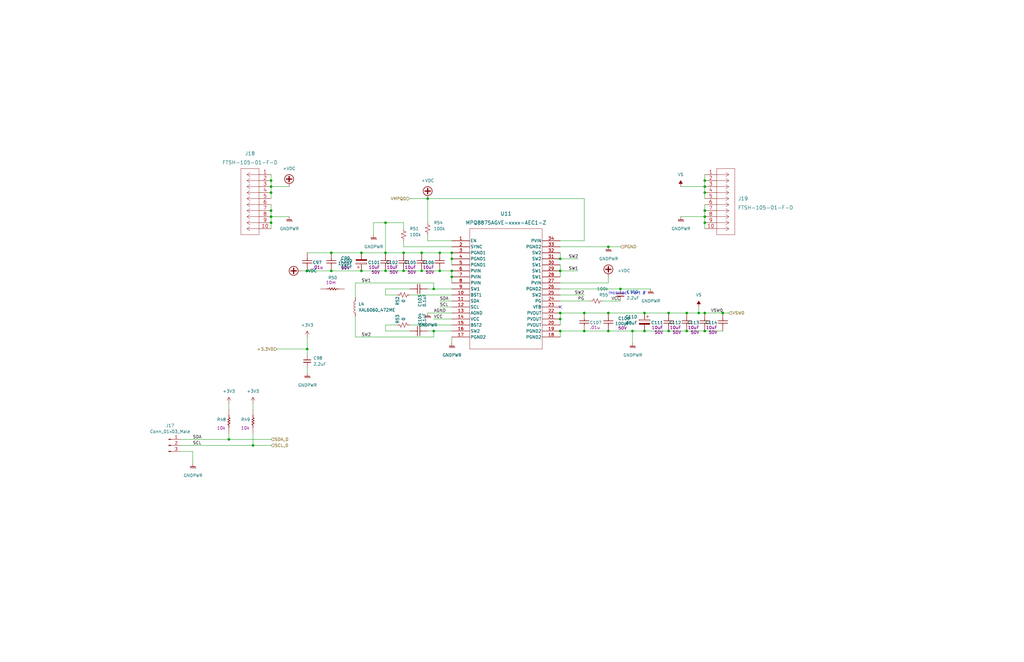
<source format=kicad_sch>
(kicad_sch (version 20230121) (generator eeschema)
  (paper "B")
  (title_block (title "SN-952-A, Charge & Discharge Control") (date "2023-06-28") (rev "PA"))
  (lib_symbols
    (symbol "BCU_AltiumImport-altium-import:0_Cap"
      (property "Value" "0_Cap" (at 0 0 0))
      (symbol "0_Cap_1_0"
        (polyline (pts (xy -2.032 -3.302) (xy 2.032 -3.302)) (stroke (width 0.254)))
        (polyline (pts (xy 0 -5.08) (xy 0 -4.318)) (stroke (width 0.254)))
        (polyline (pts (xy 0 -2.54) (xy 0 -3.302)) (stroke (width 0.254)))
        (polyline (pts (xy 2.032 -4.318) (xy -2.032 -4.318)) (stroke (width 0.254)))
        (pin passive line (at 0 0 270) (length 2.54) (name "1") (number "1"))
        (pin passive line (at 0 -7.62 90) (length 2.54) (name "2") (number "2"))
      )
    )
    (symbol "BCU_AltiumImport-altium-import:0_RES"
      (property "Value" "0_RES" (at 0 0 0))
      (symbol "0_RES_1_0"
        (polyline (pts (xy 7.62 0) (xy 6.604 0) (xy 6.35 -0.508) (xy 5.842 0.508) (xy 5.334 -0.508) (xy 4.826 0.508) (xy 4.318 -0.508) (xy 3.81 0.508) (xy 3.556 0) (xy 2.54 0)) (stroke (width 0.254)))
        (pin passive line (at 0 0 0) (length 2.54) (name "1") (number "1"))
        (pin passive line (at 10.16 0 180) (length 2.54) (name "2") (number "2"))
      )
    )
    (symbol "Connector:Conn_01x03_Male" (pin_names (offset 1.016) hide)
      (property "Reference" "J" (at 0 5.08 0))
      (property "Value" "Conn_01x03_Male" (at 0 -5.08 0))
      (symbol "Conn_01x03_Male_1_1"
        (polyline (pts (xy 1.27 -2.54) (xy 0.8636 -2.54)) (stroke (width 0.1524)))
        (polyline (pts (xy 1.27 0) (xy 0.8636 0)) (stroke (width 0.1524)))
        (polyline (pts (xy 1.27 2.54) (xy 0.8636 2.54)) (stroke (width 0.1524)))
        (rectangle (start 0.8636 -2.413) (end 0 -2.667) (stroke (width 0.1524)) (fill (type outline)))
        (rectangle (start 0.8636 0.127) (end 0 -0.127) (stroke (width 0.1524)) (fill (type outline)))
        (rectangle (start 0.8636 2.667) (end 0 2.413) (stroke (width 0.1524)) (fill (type outline)))
        (pin passive line (at 5.08 2.54 180) (length 3.81) (name "Pin_1") (number "1"))
        (pin passive line (at 5.08 0 180) (length 3.81) (name "Pin_2") (number "2"))
        (pin passive line (at 5.08 -2.54 180) (length 3.81) (name "Pin_3") (number "3"))
      )
    )
    (symbol "Connector:FTSH-105-01-F-D" (pin_names (offset 0.254) hide)
      (property "Reference" "J?" (at 8.89 6.35 0))
      (property "Value" "FTSH-105-01-F-D" (at 26.67 -6.35 0))
      (symbol "FTSH-105-01-F-D_1_1"
        (polyline (pts (xy 5.08 -25.4) (xy 12.7 -25.4)) (stroke (width 0.127)))
        (polyline (pts (xy 5.08 2.54) (xy 5.08 -25.4)) (stroke (width 0.127)))
        (polyline (pts (xy 10.16 -22.86) (xy 5.08 -22.86)) (stroke (width 0.127)))
        (polyline (pts (xy 10.16 -22.86) (xy 8.89 -23.6982)) (stroke (width 0.127)))
        (polyline (pts (xy 10.16 -22.86) (xy 8.89 -22.0218)) (stroke (width 0.127)))
        (polyline (pts (xy 10.16 -20.32) (xy 5.08 -20.32)) (stroke (width 0.127)))
        (polyline (pts (xy 10.16 -20.32) (xy 8.89 -21.1582)) (stroke (width 0.127)))
        (polyline (pts (xy 10.16 -20.32) (xy 8.89 -19.4818)) (stroke (width 0.127)))
        (polyline (pts (xy 10.16 -17.78) (xy 5.08 -17.78)) (stroke (width 0.127)))
        (polyline (pts (xy 10.16 -17.78) (xy 8.89 -18.6182)) (stroke (width 0.127)))
        (polyline (pts (xy 10.16 -17.78) (xy 8.89 -16.9418)) (stroke (width 0.127)))
        (polyline (pts (xy 10.16 -15.24) (xy 5.08 -15.24)) (stroke (width 0.127)))
        (polyline (pts (xy 10.16 -15.24) (xy 8.89 -16.0782)) (stroke (width 0.127)))
        (polyline (pts (xy 10.16 -15.24) (xy 8.89 -14.4018)) (stroke (width 0.127)))
        (polyline (pts (xy 10.16 -12.7) (xy 5.08 -12.7)) (stroke (width 0.127)))
        (polyline (pts (xy 10.16 -12.7) (xy 8.89 -13.5382)) (stroke (width 0.127)))
        (polyline (pts (xy 10.16 -12.7) (xy 8.89 -11.8618)) (stroke (width 0.127)))
        (polyline (pts (xy 10.16 -10.16) (xy 5.08 -10.16)) (stroke (width 0.127)))
        (polyline (pts (xy 10.16 -10.16) (xy 8.89 -10.9982)) (stroke (width 0.127)))
        (polyline (pts (xy 10.16 -10.16) (xy 8.89 -9.3218)) (stroke (width 0.127)))
        (polyline (pts (xy 10.16 -7.62) (xy 5.08 -7.62)) (stroke (width 0.127)))
        (polyline (pts (xy 10.16 -7.62) (xy 8.89 -8.4582)) (stroke (width 0.127)))
        (polyline (pts (xy 10.16 -7.62) (xy 8.89 -6.7818)) (stroke (width 0.127)))
        (polyline (pts (xy 10.16 -5.08) (xy 5.08 -5.08)) (stroke (width 0.127)))
        (polyline (pts (xy 10.16 -5.08) (xy 8.89 -5.9182)) (stroke (width 0.127)))
        (polyline (pts (xy 10.16 -5.08) (xy 8.89 -4.2418)) (stroke (width 0.127)))
        (polyline (pts (xy 10.16 -2.54) (xy 5.08 -2.54)) (stroke (width 0.127)))
        (polyline (pts (xy 10.16 -2.54) (xy 8.89 -3.3782)) (stroke (width 0.127)))
        (polyline (pts (xy 10.16 -2.54) (xy 8.89 -1.7018)) (stroke (width 0.127)))
        (polyline (pts (xy 10.16 0) (xy 5.08 0)) (stroke (width 0.127)))
        (polyline (pts (xy 10.16 0) (xy 8.89 -0.8382)) (stroke (width 0.127)))
        (polyline (pts (xy 10.16 0) (xy 8.89 0.8382)) (stroke (width 0.127)))
        (polyline (pts (xy 12.7 -25.4) (xy 12.7 2.54)) (stroke (width 0.127)))
        (polyline (pts (xy 12.7 2.54) (xy 5.08 2.54)) (stroke (width 0.127)))
        (pin unspecified line (at 0 0 0) (length 5.08) (name "1") (number "1"))
        (pin unspecified line (at 0 -22.86 0) (length 5.08) (name "10") (number "10"))
        (pin unspecified line (at 0 -2.54 0) (length 5.08) (name "2") (number "2"))
        (pin unspecified line (at 0 -5.08 0) (length 5.08) (name "3") (number "3"))
        (pin unspecified line (at 0 -7.62 0) (length 5.08) (name "4") (number "4"))
        (pin unspecified line (at 0 -10.16 0) (length 5.08) (name "5") (number "5"))
        (pin unspecified line (at 0 -12.7 0) (length 5.08) (name "6") (number "6"))
        (pin unspecified line (at 0 -15.24 0) (length 5.08) (name "7") (number "7"))
        (pin unspecified line (at 0 -17.78 0) (length 5.08) (name "8") (number "8"))
        (pin unspecified line (at 0 -20.32 0) (length 5.08) (name "9") (number "9"))
      )
    )
    (symbol "Device:C_Polarized" (pin_numbers hide) (pin_names (offset 0.254))
      (property "Reference" "C" (at 0.635 2.54 0))
      (property "Value" "C_Polarized" (at 0.635 -2.54 0))
      (symbol "C_Polarized_0_1"
        (rectangle (start -2.286 0.508) (end 2.286 1.016))
        (polyline (pts (xy -1.778 2.286) (xy -0.762 2.286)))
        (polyline (pts (xy -1.27 2.794) (xy -1.27 1.778)))
        (rectangle (start 2.286 -0.508) (end -2.286 -1.016) (fill (type outline)))
      )
      (symbol "C_Polarized_1_1"
        (pin passive line (at 0 3.81 270) (length 2.794) (name "~") (number "1"))
        (pin passive line (at 0 -3.81 90) (length 2.794) (name "~") (number "2"))
      )
    )
    (symbol "Device:C_Small" (pin_numbers hide) (pin_names (offset 0.254) hide)
      (property "Reference" "C" (at 0.254 1.778 0))
      (property "Value" "C_Small" (at 0.254 -2.032 0))
      (symbol "C_Small_0_1"
        (polyline (pts (xy -1.524 -0.508) (xy 1.524 -0.508)) (stroke (width 0.3302)))
        (polyline (pts (xy -1.524 0.508) (xy 1.524 0.508)) (stroke (width 0.3048)))
      )
      (symbol "C_Small_1_1"
        (pin passive line (at 0 2.54 270) (length 2.032) (name "~") (number "1"))
        (pin passive line (at 0 -2.54 90) (length 2.032) (name "~") (number "2"))
      )
    )
    (symbol "Device:L" (pin_numbers hide) (pin_names (offset 1.016) hide)
      (property "Reference" "L" (at -1.27 0 90))
      (property "Value" "L" (at 1.905 0 90))
      (symbol "L_0_1"
        (arc (start 0 -2.54) (mid 0.6323 -1.905) (end 0 -1.27))
        (arc (start 0 -1.27) (mid 0.6323 -0.635) (end 0 0))
        (arc (start 0 0) (mid 0.6323 0.635) (end 0 1.27))
        (arc (start 0 1.27) (mid 0.6323 1.905) (end 0 2.54))
      )
      (symbol "L_1_1"
        (pin passive line (at 0 3.81 270) (length 1.27) (name "1") (number "1"))
        (pin passive line (at 0 -3.81 90) (length 1.27) (name "2") (number "2"))
      )
    )
    (symbol "Device:R_Small_US" (pin_numbers hide) (pin_names (offset 0.254) hide)
      (property "Reference" "R" (at 0.762 0.508 0))
      (property "Value" "R_Small_US" (at 0.762 -1.016 0))
      (symbol "R_Small_US_1_1"
        (polyline (pts (xy 0 0) (xy 1.016 -0.381) (xy 0 -0.762) (xy -1.016 -1.143) (xy 0 -1.524)))
        (polyline (pts (xy 0 1.524) (xy 1.016 1.143) (xy 0 0.762) (xy -1.016 0.381) (xy 0 0)))
        (pin passive line (at 0 2.54 270) (length 1.016) (name "~") (number "1"))
        (pin passive line (at 0 -2.54 90) (length 1.016) (name "~") (number "2"))
      )
    )
    (symbol "Regulator_Switching:MPQ8875AGVE-xxxx-AEC1-Z" (pin_names (offset 0.254))
      (property "Reference" "U" (at 22.86 10.16 0))
      (property "Value" "MPQ8875AGVE-xxxx-AEC1-Z" (at 22.86 7.62 0))
      (symbol "MPQ8875AGVE-xxxx-AEC1-Z_0_1"
        (polyline (pts (xy 7.62 -45.72) (xy 38.1 -45.72)) (stroke (width 0.127)))
        (polyline (pts (xy 7.62 5.08) (xy 7.62 -45.72)) (stroke (width 0.127)))
        (polyline (pts (xy 38.1 -45.72) (xy 38.1 5.08)) (stroke (width 0.127)))
        (polyline (pts (xy 38.1 5.08) (xy 7.62 5.08)) (stroke (width 0.127)))
        (pin input line (at 0 0 0) (length 7.62) (name "EN") (number "1"))
        (pin power_in line (at 0 -22.86 0) (length 7.62) (name "BST1") (number "10"))
        (pin bidirectional line (at 0 -25.4 0) (length 7.62) (name "SDA") (number "11"))
        (pin input line (at 0 -27.94 0) (length 7.62) (name "SCL") (number "12"))
        (pin power_in line (at 0 -30.48 0) (length 7.62) (name "AGND") (number "13"))
        (pin power_in line (at 0 -33.02 0) (length 7.62) (name "VCC") (number "14"))
        (pin power_in line (at 0 -35.56 0) (length 7.62) (name "BST2") (number "15"))
        (pin output line (at 0 -38.1 0) (length 7.62) (name "SW2") (number "16"))
        (pin power_in line (at 0 -40.64 0) (length 7.62) (name "PGND2") (number "17"))
        (pin power_in line (at 45.72 -40.64 180) (length 7.62) (name "PGND2") (number "18"))
        (pin power_in line (at 45.72 -38.1 180) (length 7.62) (name "PGND2") (number "19"))
        (pin bidirectional line (at 0 -2.54 0) (length 7.62) (name "SYNC") (number "2"))
        (pin power_in line (at 45.72 -35.56 180) (length 7.62) (name "PVOUT") (number "20"))
        (pin power_in line (at 45.72 -33.02 180) (length 7.62) (name "PVOUT") (number "21"))
        (pin power_in line (at 45.72 -30.48 180) (length 7.62) (name "PVOUT") (number "22"))
        (pin input line (at 45.72 -27.94 180) (length 7.62) (name "VFB") (number "23"))
        (pin unspecified line (at 45.72 -25.4 180) (length 7.62) (name "PG") (number "24"))
        (pin output line (at 45.72 -22.86 180) (length 7.62) (name "SW2") (number "25"))
        (pin power_in line (at 45.72 -20.32 180) (length 7.62) (name "PGND2") (number "26"))
        (pin power_in line (at 45.72 -17.78 180) (length 7.62) (name "PVIN") (number "27"))
        (pin output line (at 45.72 -15.24 180) (length 7.62) (name "SW1") (number "28"))
        (pin output line (at 45.72 -12.7 180) (length 7.62) (name "SW1") (number "29"))
        (pin power_in line (at 0 -5.08 0) (length 7.62) (name "PGND1") (number "3"))
        (pin output line (at 45.72 -10.16 180) (length 7.62) (name "SW1") (number "30"))
        (pin output line (at 45.72 -7.62 180) (length 7.62) (name "SW2") (number "31"))
        (pin output line (at 45.72 -5.08 180) (length 7.62) (name "SW2") (number "32"))
        (pin power_in line (at 45.72 -2.54 180) (length 7.62) (name "PGND2") (number "33"))
        (pin power_in line (at 45.72 0 180) (length 7.62) (name "PVIN") (number "34"))
        (pin power_in line (at 0 -7.62 0) (length 7.62) (name "PGND1") (number "4"))
        (pin power_in line (at 0 -10.16 0) (length 7.62) (name "PGND1") (number "5"))
        (pin power_in line (at 0 -12.7 0) (length 7.62) (name "PVIN") (number "6"))
        (pin power_in line (at 0 -15.24 0) (length 7.62) (name "PVIN") (number "7"))
        (pin power_in line (at 0 -17.78 0) (length 7.62) (name "PVIN") (number "8"))
        (pin output line (at 0 -20.32 0) (length 7.62) (name "SW1") (number "9"))
      )
    )
    (symbol "power:+3V3" (power) (pin_names (offset 0))
      (property "Value" "+3V3" (at 0 3.556 0))
      (symbol "+3V3_0_1"
        (polyline (pts (xy -0.762 1.27) (xy 0 2.54)))
        (polyline (pts (xy 0 0) (xy 0 2.54)))
        (polyline (pts (xy 0 2.54) (xy 0.762 1.27)))
      )
      (symbol "+3V3_1_1"
        (pin power_in line (at 0 0 90) (length 0) hide (name "+3V3") (number "1"))
      )
    )
    (symbol "power:+VDC" (power) (pin_names (offset 0))
      (property "Value" "+VDC" (at 0 6.35 0))
      (symbol "+VDC_0_1"
        (polyline (pts (xy -1.143 3.175) (xy 1.143 3.175)) (stroke (width 0.508)))
        (polyline (pts (xy 0 0) (xy 0 1.27)))
        (polyline (pts (xy 0 2.032) (xy 0 4.318)) (stroke (width 0.508)))
        (circle (center 0 3.175) (radius 1.905) (stroke (width 0.254)))
      )
      (symbol "+VDC_1_1"
        (pin power_in line (at 0 0 90) (length 0) hide (name "+VDC") (number "1"))
      )
    )
    (symbol "power:GNDPWR" (power) (pin_names (offset 0))
      (property "Value" "GNDPWR" (at 0 -3.302 0))
      (symbol "GNDPWR_0_1"
        (polyline (pts (xy 0 -1.27) (xy 0 0)))
        (polyline (pts (xy -1.016 -1.27) (xy -1.27 -2.032) (xy -1.27 -2.032)) (stroke (width 0.2032)))
        (polyline (pts (xy -0.508 -1.27) (xy -0.762 -2.032) (xy -0.762 -2.032)) (stroke (width 0.2032)))
        (polyline (pts (xy 0 -1.27) (xy -0.254 -2.032) (xy -0.254 -2.032)) (stroke (width 0.2032)))
        (polyline (pts (xy 0.508 -1.27) (xy 0.254 -2.032) (xy 0.254 -2.032)) (stroke (width 0.2032)))
        (polyline (pts (xy 1.016 -1.27) (xy -1.016 -1.27) (xy -1.016 -1.27)) (stroke (width 0.2032)))
        (polyline (pts (xy 1.016 -1.27) (xy 0.762 -2.032) (xy 0.762 -2.032) (xy 0.762 -2.032)) (stroke (width 0.2032)))
      )
      (symbol "GNDPWR_1_1"
        (pin power_in line (at 0 0 270) (length 0) hide (name "GNDPWR") (number "1"))
      )
    )
    (symbol "power:VS" (power) (pin_names (offset 0))
      (property "Value" "VS" (at 0 3.81 0))
      (symbol "VS_0_1"
        (polyline (pts (xy 0 0) (xy 0 2.54)))
        (polyline (pts (xy 0.762 1.27) (xy -0.762 1.27) (xy 0 2.54) (xy 0.762 1.27)) (fill (type outline)))
      )
      (symbol "VS_1_1"
        (pin power_in line (at 0 0 90) (length 0) hide (name "VS") (number "1"))
      )
    )
  )
  (junction (at 114.3 81.28))
  (junction (at 297.18 78.74))
  (junction (at 246.38 139.7))
  (junction (at 271.78 139.7))
  (junction (at 256.54 104.14))
  (junction (at 114.3 76.2))
  (junction (at 162.56 114.3))
  (junction (at 180.34 83.82))
  (junction (at 139.7 106.68))
  (junction (at 162.56 93.98))
  (junction (at 190.5 116.84))
  (junction (at 185.42 114.3))
  (junction (at 297.18 91.44))
  (junction (at 162.56 106.68))
  (junction (at 129.54 147.32))
  (junction (at 177.8 106.68))
  (junction (at 182.88 139.7))
  (junction (at 152.4 114.3))
  (junction (at 246.38 132.08))
  (junction (at 266.7 139.7))
  (junction (at 96.52 185.42))
  (junction (at 190.5 106.68))
  (junction (at 297.18 139.7))
  (junction (at 114.3 91.44))
  (junction (at 106.68 187.96))
  (junction (at 236.22 139.7))
  (junction (at 185.42 106.68))
  (junction (at 190.5 114.3))
  (junction (at 289.56 139.7))
  (junction (at 139.7 114.3))
  (junction (at 297.18 93.98))
  (junction (at 170.18 114.3))
  (junction (at 177.8 114.3))
  (junction (at 294.64 132.08))
  (junction (at 170.18 106.68))
  (junction (at 271.78 132.08))
  (junction (at 297.18 81.28))
  (junction (at 297.18 132.08))
  (junction (at 297.18 76.2))
  (junction (at 256.54 139.7))
  (junction (at 256.54 132.08))
  (junction (at 190.5 109.22))
  (junction (at 182.88 121.92))
  (junction (at 297.18 88.9))
  (junction (at 114.3 93.98))
  (junction (at 236.22 114.3))
  (junction (at 114.3 78.74))
  (junction (at 289.56 132.08))
  (junction (at 281.94 139.7))
  (junction (at 152.4 106.68))
  (junction (at 236.22 109.22))
  (junction (at 304.8 132.08))
  (junction (at 261.62 121.92))
  (junction (at 129.54 114.3))
  (junction (at 281.94 132.08))
  (junction (at 236.22 132.08))
  (junction (at 114.3 88.9))
  (junction (at 236.22 134.62))
  (no_connect (at 236.22 129.54))
  (wire (pts (xy 190.5 114.3) (xy 190.5 116.84)))
  (wire (pts (xy 236.22 139.7) (xy 236.22 142.24)))
  (wire (pts (xy 114.3 73.66) (xy 114.3 76.2)))
  (wire (pts (xy 297.18 73.66) (xy 297.18 76.2)))
  (wire (pts (xy 236.22 134.62) (xy 236.22 137.16)))
  (wire (pts (xy 170.18 93.98) (xy 162.56 93.98)))
  (wire (pts (xy 180.34 132.08) (xy 190.5 132.08)))
  (wire (pts (xy 182.88 139.7) (xy 190.5 139.7)))
  (wire (pts (xy 256.54 104.14) (xy 261.62 104.14)))
  (wire (pts (xy 182.88 142.24) (xy 149.86 142.24)))
  (wire (pts (xy 190.5 142.24) (xy 190.5 144.78)))
  (wire (pts (xy 236.22 114.3) (xy 236.22 116.84)))
  (wire (pts (xy 180.34 101.6) (xy 180.34 99.06)))
  (wire (pts (xy 297.18 91.44) (xy 297.18 93.98)))
  (wire (pts (xy 127 114.3) (xy 129.54 114.3)))
  (wire (pts (xy 190.5 101.6) (xy 180.34 101.6)))
  (wire (pts (xy 157.48 99.06) (xy 157.48 93.98)))
  (wire (pts (xy 281.94 139.7) (xy 289.56 139.7)))
  (wire (pts (xy 106.68 170.18) (xy 106.68 172.72)))
  (wire (pts (xy 304.8 132.08) (xy 307.34 132.08)))
  (wire (pts (xy 172.72 139.7) (xy 162.56 139.7)))
  (wire (pts (xy 281.94 132.08) (xy 289.56 132.08)))
  (wire (pts (xy 246.38 124.46) (xy 236.22 124.46)))
  (wire (pts (xy 162.56 114.3) (xy 170.18 114.3)))
  (wire (pts (xy 129.54 149.86) (xy 129.54 147.32)))
  (wire (pts (xy 246.38 83.82) (xy 246.38 101.6)))
  (wire (pts (xy 297.18 88.9) (xy 297.18 91.44)))
  (wire (pts (xy 76.2 187.96) (xy 106.68 187.96)))
  (wire (pts (xy 185.42 106.68) (xy 190.5 106.68)))
  (wire (pts (xy 180.34 93.98) (xy 180.34 83.82)))
  (wire (pts (xy 236.22 104.14) (xy 256.54 104.14)))
  (wire (pts (xy 256.54 139.7) (xy 266.7 139.7)))
  (wire (pts (xy 236.22 127) (xy 248.92 127)))
  (wire (pts (xy 271.78 132.08) (xy 281.94 132.08)))
  (wire (pts (xy 172.72 83.82) (xy 180.34 83.82)))
  (wire (pts (xy 236.22 111.76) (xy 236.22 114.3)))
  (wire (pts (xy 139.7 106.68) (xy 152.4 106.68)))
  (wire (pts (xy 297.18 81.28) (xy 297.18 83.82)))
  (wire (pts (xy 180.34 139.7) (xy 182.88 139.7)))
  (wire (pts (xy 287.02 78.74) (xy 297.18 78.74)))
  (wire (pts (xy 294.64 132.08) (xy 297.18 132.08)))
  (wire (pts (xy 289.56 132.08) (xy 294.64 132.08)))
  (wire (pts (xy 271.78 139.7) (xy 281.94 139.7)))
  (wire (pts (xy 172.72 124.46) (xy 190.5 124.46)))
  (wire (pts (xy 162.56 139.7) (xy 162.56 137.16)))
  (wire (pts (xy 236.22 114.3) (xy 243.84 114.3)))
  (wire (pts (xy 297.18 132.08) (xy 304.8 132.08)))
  (wire (pts (xy 162.56 124.46) (xy 167.64 124.46)))
  (wire (pts (xy 246.38 139.7) (xy 256.54 139.7)))
  (wire (pts (xy 152.4 106.68) (xy 162.56 106.68)))
  (wire (pts (xy 236.22 109.22) (xy 243.84 109.22)))
  (wire (pts (xy 162.56 93.98) (xy 162.56 106.68)))
  (wire (pts (xy 114.3 86.36) (xy 114.3 88.9)))
  (wire (pts (xy 114.3 78.74) (xy 121.92 78.74)))
  (wire (pts (xy 236.22 119.38) (xy 256.54 119.38)))
  (wire (pts (xy 114.3 76.2) (xy 114.3 78.74)))
  (wire (pts (xy 116.84 147.32) (xy 129.54 147.32)))
  (wire (pts (xy 236.22 132.08) (xy 246.38 132.08)))
  (wire (pts (xy 287.02 91.44) (xy 297.18 91.44)))
  (wire (pts (xy 254 127) (xy 261.62 127)))
  (wire (pts (xy 261.62 121.92) (xy 274.32 121.92)))
  (wire (pts (xy 289.56 139.7) (xy 297.18 139.7)))
  (wire (pts (xy 170.18 114.3) (xy 177.8 114.3)))
  (wire (pts (xy 182.88 121.92) (xy 182.88 119.38)))
  (wire (pts (xy 190.5 106.68) (xy 190.5 109.22)))
  (wire (pts (xy 114.3 91.44) (xy 114.3 93.98)))
  (wire (pts (xy 114.3 91.44) (xy 121.92 91.44)))
  (wire (pts (xy 182.88 121.92) (xy 190.5 121.92)))
  (wire (pts (xy 81.28 190.5) (xy 81.28 195.58)))
  (wire (pts (xy 246.38 101.6) (xy 236.22 101.6)))
  (wire (pts (xy 162.56 137.16) (xy 167.64 137.16)))
  (wire (pts (xy 76.2 185.42) (xy 96.52 185.42)))
  (wire (pts (xy 139.7 114.3) (xy 152.4 114.3)))
  (wire (pts (xy 129.54 142.24) (xy 129.54 147.32)))
  (wire (pts (xy 185.42 127) (xy 190.5 127)))
  (wire (pts (xy 177.8 106.68) (xy 185.42 106.68)))
  (wire (pts (xy 236.22 132.08) (xy 236.22 134.62)))
  (wire (pts (xy 190.5 104.14) (xy 170.18 104.14)))
  (wire (pts (xy 236.22 106.68) (xy 236.22 109.22)))
  (wire (pts (xy 256.54 116.84) (xy 256.54 119.38)))
  (wire (pts (xy 190.5 109.22) (xy 190.5 111.76)))
  (wire (pts (xy 170.18 106.68) (xy 177.8 106.68)))
  (wire (pts (xy 170.18 104.14) (xy 170.18 101.6)))
  (wire (pts (xy 236.22 139.7) (xy 246.38 139.7)))
  (wire (pts (xy 170.18 96.52) (xy 170.18 93.98)))
  (wire (pts (xy 106.68 182.88) (xy 106.68 187.96)))
  (wire (pts (xy 129.54 106.68) (xy 139.7 106.68)))
  (wire (pts (xy 162.56 106.68) (xy 170.18 106.68)))
  (wire (pts (xy 297.18 93.98) (xy 297.18 96.52)))
  (wire (pts (xy 162.56 121.92) (xy 162.56 124.46)))
  (wire (pts (xy 177.8 114.3) (xy 185.42 114.3)))
  (wire (pts (xy 114.3 81.28) (xy 114.3 83.82)))
  (wire (pts (xy 294.64 129.54) (xy 294.64 132.08)))
  (wire (pts (xy 76.2 190.5) (xy 81.28 190.5)))
  (wire (pts (xy 96.52 170.18) (xy 96.52 172.72)))
  (wire (pts (xy 149.86 142.24) (xy 149.86 133.35)))
  (wire (pts (xy 152.4 114.3) (xy 162.56 114.3)))
  (wire (pts (xy 190.5 116.84) (xy 190.5 119.38)))
  (wire (pts (xy 266.7 139.7) (xy 271.78 139.7)))
  (wire (pts (xy 182.88 142.24) (xy 182.88 139.7)))
  (wire (pts (xy 149.86 119.38) (xy 149.86 125.73)))
  (wire (pts (xy 182.88 134.62) (xy 190.5 134.62)))
  (wire (pts (xy 172.72 121.92) (xy 162.56 121.92)))
  (wire (pts (xy 297.18 76.2) (xy 297.18 78.74)))
  (wire (pts (xy 157.48 93.98) (xy 162.56 93.98)))
  (wire (pts (xy 96.52 185.42) (xy 96.52 182.88)))
  (wire (pts (xy 185.42 129.54) (xy 190.5 129.54)))
  (wire (pts (xy 256.54 132.08) (xy 271.78 132.08)))
  (wire (pts (xy 172.72 137.16) (xy 190.5 137.16)))
  (wire (pts (xy 129.54 154.94) (xy 129.54 157.48)))
  (wire (pts (xy 182.88 119.38) (xy 149.86 119.38)))
  (wire (pts (xy 297.18 78.74) (xy 297.18 81.28)))
  (wire (pts (xy 297.18 139.7) (xy 304.8 139.7)))
  (wire (pts (xy 114.3 78.74) (xy 114.3 81.28)))
  (wire (pts (xy 180.34 83.82) (xy 246.38 83.82)))
  (wire (pts (xy 180.34 121.92) (xy 182.88 121.92)))
  (wire (pts (xy 246.38 132.08) (xy 256.54 132.08)))
  (wire (pts (xy 266.7 139.7) (xy 266.7 144.78)))
  (wire (pts (xy 106.68 187.96) (xy 114.3 187.96)))
  (wire (pts (xy 297.18 86.36) (xy 297.18 88.9)))
  (wire (pts (xy 129.54 114.3) (xy 139.7 114.3)))
  (wire (pts (xy 96.52 185.42) (xy 114.3 185.42)))
  (wire (pts (xy 114.3 93.98) (xy 114.3 96.52)))
  (wire (pts (xy 236.22 121.92) (xy 261.62 121.92)))
  (wire (pts (xy 114.3 88.9) (xy 114.3 91.44)))
  (wire (pts (xy 185.42 114.3) (xy 190.5 114.3)))
  (text "Incorrect Part #\n" (at 256.54 124.46 0) (effects (font (size 1.27 1.27)) (justify left bottom)))
  (label "SW1" (at 152.4 119.38 0))
  (label "SW2" (at 246.38 124.46 180))
  (label "SW2" (at 243.84 109.22 180))
  (label "SDA" (at 185.42 127 0))
  (label "PG" (at 246.38 127 180))
  (label "AGND" (at 182.88 132.08 0))
  (label "SDA" (at 81.28 185.42 0))
  (label "VSW0" (at 299.72 132.08 0))
  (label "SW2" (at 152.4 142.24 0))
  (label "SCL" (at 185.42 129.54 0))
  (label "VCC" (at 261.62 127 180))
  (label "SCL" (at 81.28 187.96 0))
  (label "SW1" (at 243.84 114.3 180))
  (label "VCC" (at 182.88 134.62 0))
  (hierarchical_label "VSW0" (shape input) (at 307.34 132.08 0))
  (hierarchical_label "SCL_0" (shape input) (at 114.3 187.96 0))
  (hierarchical_label "PGND" (shape input) (at 261.62 104.14 0))
  (hierarchical_label "VMPQ0" (shape input) (at 172.72 83.82 180))
  (hierarchical_label "SDA_0" (shape input) (at 114.3 185.42 0))
  (hierarchical_label "+3.3V0" (shape input) (at 116.84 147.32 180))
  (symbol (lib_id "Connector:FTSH-105-01-F-D") (at 114.3 73.66 0) (mirror y) (unit 1)
    (property "Reference" "J18" (at 105.41 64.77 0) (effects (font (size 1.524 1.524))))
    (property "Value" "FTSH-105-01-F-D" (at 105.41 68.58 0) (effects (font (size 1.524 1.524))))
    (property "Footprint" "Connector_Samtec:FTSH-105-01-F-D" (effects hide))
  )
  (symbol (lib_id "BCU_AltiumImport-altium-import:0_Cap") (at 304.8 132.08 0) (mirror y) (unit 1)
    (property "Reference" "C114" (at 302.514 136.906 0) (effects (justify left bottom)))
    (property "Value" "10uF" (effects hide))
    (property "Footprint" "Capacitor_SMD:C_1206_3216Metric" (effects hide))
    (property "MANUFACTURER PARTNO" "C3216JB1H106K160AB" (effects hide))
    (property "DIELECTRIC" "X7R" (effects hide))
    (property "CAPACITANCE" "10uF" (at 302.514 138.938 0) (effects (justify left bottom)))
    (property "VOLTAGE" "50V" (at 302.514 140.97 0) (effects (justify left bottom)))
    (property "IDENTIFIER" "10uF 50V +/-10% 1206" (effects hide))
    (property "MANUFACTURER" "TDK" (effects hide))
    (property "TOLERANCE" "20%" (effects hide))
    (property "PACKAGE" "1206" (effects hide))
    (property "MFG" "TDK" (effects hide))
    (property "Part Name" "C3216JB1H106K160AB" (effects hide))
  )
  (symbol (lib_id "BCU_AltiumImport-altium-import:0_Cap") (at 297.18 132.08 0) (mirror y) (unit 1)
    (property "Reference" "C113" (at 294.894 136.906 0) (effects (justify left bottom)))
    (property "Value" "10uF" (effects hide))
    (property "Footprint" "Capacitor_SMD:C_1206_3216Metric" (effects hide))
    (property "MANUFACTURER PARTNO" "C3216JB1H106K160AB" (effects hide))
    (property "DIELECTRIC" "X7R" (effects hide))
    (property "CAPACITANCE" "10uF" (at 294.894 138.938 0) (effects (justify left bottom)))
    (property "VOLTAGE" "50V" (at 294.894 140.97 0) (effects (justify left bottom)))
    (property "IDENTIFIER" "10uF 50V +/-10% 1206" (effects hide))
    (property "MANUFACTURER" "TDK" (effects hide))
    (property "TOLERANCE" "20%" (effects hide))
    (property "PACKAGE" "1206" (effects hide))
    (property "MFG" "TDK" (effects hide))
    (property "Part Name" "C3216JB1H106K160AB" (effects hide))
  )
  (symbol (lib_id "power:VS") (at 287.02 78.74 0) (unit 1)
    (property "Reference" "#PWR064" (effects hide))
    (property "Value" "VS" (at 287.02 73.66 0))
  )
  (symbol (lib_id "power:+VDC") (at 256.54 116.84 0) (unit 1)
    (property "Reference" "#PWR061" (effects hide))
    (property "Value" "+VDC" (at 260.35 114.2364 0) (effects (justify left)))
  )
  (symbol (lib_id "power:GNDPWR") (at 256.54 104.14 0) (mirror y) (unit 1)
    (property "Reference" "#PWR060" (effects hide))
    (property "Value" "GNDPWR" (at 256.667 109.22 0))
  )
  (symbol (lib_id "Device:R_Small_US") (at 251.46 127 90) (unit 1)
    (property "Reference" "R55" (at 256.54 124.46 90) (effects (justify left)))
    (property "Value" "100k" (at 256.54 121.92 90) (effects (justify left)))
    (property "Footprint" "Resistor_SMD:R_0402_1005Metric" (effects hide))
    (property "Part Name" "RT0402DRE07100KL" (effects hide))
  )
  (symbol (lib_id "power:+VDC") (at 127 114.3 90) (unit 1)
    (property "Reference" "#PWR053" (effects hide))
    (property "Value" "+VDC" (at 128.27 114.2999 90) (effects (justify right)))
  )
  (symbol (lib_id "BCU_AltiumImport-altium-import:0_Cap") (at 129.54 106.68 0) (unit 1)
    (property "Reference" "C97" (at 131.826 111.506 0) (effects (justify left bottom)))
    (property "Value" "10n" (effects hide))
    (property "Footprint" "Capacitor_SMD:C_0402_1005Metric" (effects hide))
    (property "DIELECTRIC" "X7R" (effects hide))
    (property "CAPACITANCE" ".01u" (at 131.826 113.538 0) (effects (justify left bottom)))
    (property "IDENTIFIER" "1uF 100V +/-5% " (effects hide))
    (property "MFG" "Murata Electronics" (effects hide))
    (property "Part Name" "GCM155R71H103KA55D" (effects hide))
  )
  (symbol (lib_id "Device:C_Small") (at 261.62 124.46 0) (unit 1)
    (property "Reference" "C109" (at 264.16 123.1962 0) (effects (justify left)))
    (property "Value" "2.2uF" (at 264.16 125.7362 0) (effects (justify left)))
    (property "Footprint" "Capacitor_SMD:C_0402_1005Metric" (effects hide))
    (property "MFG" "Murata Electronics" (effects hide))
    (property "Part Name" "GRM188R61H225ME11J" (effects hide))
  )
  (symbol (lib_id "Device:C_Polarized") (at 152.4 110.49 0) (mirror x) (unit 1)
    (property "Reference" "C100" (at 148.59 110.1089 0) (effects (justify right)))
    (property "Value" "68uF" (at 148.59 112.6489 0) (effects (justify right)))
    (property "Footprint" "Capacitor_SMD:CP_Elec_6.3x7.7" (effects hide))
    (property "MANUFACTURER PARTNO" "HZA686M035X16T-F" (effects hide))
    (property "MANUFACTURER " "Cornell Dubilier - CDE" (effects hide))
    (property "MFG" "Cornell Dubilier - CDE" (effects hide))
    (property "Part Name" "EEH-ZU1H221P" (effects hide))
  )
  (symbol (lib_id "power:GNDPWR") (at 274.32 121.92 0) (mirror y) (unit 1)
    (property "Reference" "#PWR063" (effects hide))
    (property "Value" "GNDPWR" (at 274.447 127 0))
  )
  (symbol (lib_id "Device:R_Small_US") (at 170.18 99.06 0) (unit 1)
    (property "Reference" "R51" (at 172.72 96.52 0) (effects (justify left)))
    (property "Value" "100k" (at 172.72 99.06 0) (effects (justify left)))
    (property "Footprint" "Resistor_SMD:R_0402_1005Metric" (effects hide))
    (property "Part Name" "RT0402DRE07100KL" (effects hide))
  )
  (symbol (lib_id "power:GNDPWR") (at 266.7 144.78 0) (mirror y) (unit 1)
    (property "Reference" "#PWR062" (effects hide))
    (property "Value" "GNDPWR" (at 266.827 149.86 0))
  )
  (symbol (lib_id "BCU_AltiumImport-altium-import:0_RES") (at 96.52 172.72 270) (unit 1)
    (property "Reference" "R48" (at 91.44 177.8 90) (effects (justify left bottom)))
    (property "Value" "10k" (effects hide))
    (property "Footprint" "Resistor_SMD:R_0402_1005Metric" (effects hide))
    (property "RESISTANCE" "10k" (at 91.44 181.356 90) (effects (justify left bottom)))
    (property "FILM TYPE" "THIN" (effects hide))
    (property "MOUNTING TECHNOLOGY" "SMT" (effects hide))
    (property "Part Name" "RT0402DRE0710KL" (effects hide))
  )
  (symbol (lib_id "Device:R_Small_US") (at 170.18 137.16 270) (mirror x) (unit 1)
    (property "Reference" "R53" (at 167.64 134.62 0))
    (property "Value" "0" (at 170.18 134.62 0))
    (property "Footprint" "Resistor_SMD:R_0402_1005Metric" (effects hide))
    (property "MANUFACTURER" "YAGEO" (effects hide))
    (property "Part Name" "RC0402JR-130RL" (effects hide))
  )
  (symbol (lib_id "Connector:FTSH-105-01-F-D") (at 297.18 73.66 0) (unit 1)
    (property "Reference" "J19" (at 311.15 83.82 0) (effects (font (size 1.524 1.524)) (justify left)))
    (property "Value" "FTSH-105-01-F-D" (at 311.15 87.63 0) (effects (font (size 1.524 1.524)) (justify left)))
    (property "Footprint" "Connector_Samtec:FTSH-105-01-F-D" (effects hide))
  )
  (symbol (lib_id "BCU_AltiumImport-altium-import:0_Cap") (at 246.38 132.08 0) (unit 1)
    (property "Reference" "C107" (at 248.666 136.906 0) (effects (justify left bottom)))
    (property "Value" "10n" (effects hide))
    (property "Footprint" "Capacitor_SMD:C_0402_1005Metric" (effects hide))
    (property "DIELECTRIC" "X7R" (effects hide))
    (property "CAPACITANCE" ".01u" (at 248.666 138.938 0) (effects (justify left bottom)))
    (property "IDENTIFIER" "1uF 100V +/-5% " (effects hide))
    (property "MFG" "Murata Electronics" (effects hide))
    (property "Part Name" "GCM155R71H103KA55D" (effects hide))
  )
  (symbol (lib_id "BCU_AltiumImport-altium-import:0_Cap") (at 256.54 132.08 0) (unit 1)
    (property "Reference" "C108" (at 260.604 135.128 0) (effects (justify left bottom)))
    (property "Value" "100pF" (at 259.334 137.287 0) (effects (justify left bottom)))
    (property "Footprint" "Capacitor_SMD:C_0402_1005Metric" (effects hide))
    (property "CAPACITANCE" "220pF" (effects hide))
    (property "VOLTAGE" "50V" (at 260.604 139.192 0) (effects (justify left bottom)))
    (property "IDENTIFIER" "220pF 50V +/-5% 0603 COG" (effects hide))
    (property "MOUNTING TECHNOLOGY" "SMT" (effects hide))
    (property "ROHS" "YES" (effects hide))
    (property "MFG" "Murata Electronics" (effects hide))
    (property "Part Name" "GRT1555C1H101JA02D" (effects hide))
  )
  (symbol (lib_id "Device:R_Small_US") (at 170.18 124.46 270) (unit 1)
    (property "Reference" "R52" (at 167.64 127 0))
    (property "Value" "0" (at 170.18 127 0))
    (property "Footprint" "Resistor_SMD:R_0402_1005Metric" (effects hide))
    (property "MANUFACTURER" "YAGEO" (effects hide))
    (property "Part Name" "RC0402JR-130RL" (effects hide))
  )
  (symbol (lib_id "BCU_AltiumImport-altium-import:0_RES") (at 106.68 172.72 270) (unit 1)
    (property "Reference" "R49" (at 101.6 177.8 90) (effects (justify left bottom)))
    (property "Value" "10k" (effects hide))
    (property "Footprint" "Resistor_SMD:R_0402_1005Metric" (effects hide))
    (property "RESISTANCE" "10k" (at 101.6 181.356 90) (effects (justify left bottom)))
    (property "FILM TYPE" "THIN" (effects hide))
    (property "MOUNTING TECHNOLOGY" "SMT" (effects hide))
    (property "Part Name" "RT0402DRE0710KL" (effects hide))
  )
  (symbol (lib_id "power:GNDPWR") (at 121.92 91.44 0) (mirror y) (unit 1)
    (property "Reference" "#PWR051" (effects hide))
    (property "Value" "GNDPWR" (at 122.047 96.52 0))
  )
  (symbol (lib_id "power:+3V3") (at 129.54 142.24 0) (unit 1)
    (property "Reference" "#PWR054" (effects hide))
    (property "Value" "+3V3" (at 129.54 137.16 0))
  )
  (symbol (lib_id "Connector:Conn_01x03_Male") (at 71.12 187.96 0) (unit 1)
    (property "Reference" "J17" (at 71.755 179.578 0))
    (property "Value" "Conn_01x03_Male" (at 71.755 182.118 0))
    (property "Footprint" "Connector_JST:JST_EH_B3B-EH-A_1x03_P2.50mm_Vertical" (effects hide))
    (property "MFG" "JST " (effects hide))
    (property "Part Name" "B3B-EH-A(LF)(SN)" (effects hide))
  )
  (symbol (lib_id "BCU_AltiumImport-altium-import:0_Cap") (at 185.42 106.68 0) (mirror y) (unit 1)
    (property "Reference" "C106" (at 183.134 111.506 0) (effects (justify left bottom)))
    (property "Value" "10uF" (effects hide))
    (property "Footprint" "Capacitor_SMD:C_1206_3216Metric" (effects hide))
    (property "MANUFACTURER PARTNO" "C3216JB1H106K160AB" (effects hide))
    (property "DIELECTRIC" "X7R" (effects hide))
    (property "CAPACITANCE" "10uF" (at 183.134 113.538 0) (effects (justify left bottom)))
    (property "VOLTAGE" "50V" (at 183.134 115.57 0) (effects (justify left bottom)))
    (property "IDENTIFIER" "10uF 50V +/-10% 1206" (effects hide))
    (property "MANUFACTURER" "TDK" (effects hide))
    (property "TOLERANCE" "20%" (effects hide))
    (property "PACKAGE" "1206" (effects hide))
    (property "MFG" "TDK" (effects hide))
    (property "Part Name" "C3216JB1H106K160AB" (effects hide))
  )
  (symbol (lib_id "power:GNDPWR") (at 190.5 144.78 0) (mirror y) (unit 1)
    (property "Reference" "#PWR059" (effects hide))
    (property "Value" "GNDPWR" (at 190.627 149.86 0))
  )
  (symbol (lib_id "Device:C_Small") (at 129.54 152.4 0) (unit 1)
    (property "Reference" "C98" (at 132.08 151.1362 0) (effects (justify left)))
    (property "Value" "2.2uF" (at 132.08 153.6762 0) (effects (justify left)))
    (property "Footprint" "Capacitor_SMD:C_0603_1608Metric" (effects hide))
    (property "MFG" "Murata Electronics" (effects hide))
    (property "Part Name" "GRM188R61H225ME11J" (effects hide))
  )
  (symbol (lib_id "BCU_AltiumImport-altium-import:0_Cap") (at 172.72 121.92 90) (unit 1)
    (property "Reference" "C103" (at 177.8 129.54 0) (effects (justify left bottom)))
    (property "Value" "0.1uF" (at 179.705 129.54 0) (effects (justify left bottom)))
    (property "Footprint" "Capacitor_SMD:C_0402_1005Metric" (effects hide))
    (property "MANUFACTURER" "TDK" (effects hide))
    (property "TOLERANCE" "+/-20%" (effects hide))
    (property "MOUNTING TECHNOLOGY" "SMT" (effects hide))
    (property "MFG" "Murata Electronics" (effects hide))
    (property "Part Name" "GRM155R61H104ME14J" (effects hide))
    (property "MFG 2" "Yageo" (effects hide))
    (property "Part Name 2" "CC0402KRX5R9BB104" (effects hide))
  )
  (symbol (lib_id "BCU_AltiumImport-altium-import:0_RES") (at 145.288 121.92 180) (unit 1)
    (property "Reference" "R50" (at 142.24 116.459 0) (effects (justify left bottom)))
    (property "Value" ".01" (effects hide))
    (property "Footprint" "Resistor_SMD:R_2010_5025Metric" (effects hide))
    (property "Datasheet" "https://www.mouser.com/datasheet/2/427/wsl-1762032.pdf" (effects hide))
    (property "MANUFACTURER PARTNO" "WSL2010R0100FEA18" (effects hide))
    (property "WATTAGE" "1W" (effects hide))
    (property "RESISTANCE" "10m" (at 141.732 118.491 0) (effects (justify left bottom)))
    (property "IDENTIFIER" "0.01ohm 1% 1W 2010 " (effects hide))
    (property "TOLERANCE" "+/-1%" (effects hide))
    (property "TEMPERATURE COEFFICENT" "75ppm/C" (effects hide))
    (property "MOUNTING TECHNOLOGY" "SMT" (effects hide))
    (property "Part Name" "PE2010FKE070R01L" (effects hide))
  )
  (symbol (lib_id "BCU_AltiumImport-altium-import:0_Cap") (at 281.94 132.08 0) (mirror y) (unit 1)
    (property "Reference" "C111" (at 279.654 136.906 0) (effects (justify left bottom)))
    (property "Value" "10uF" (effects hide))
    (property "Footprint" "Capacitor_SMD:C_1206_3216Metric" (effects hide))
    (property "MANUFACTURER PARTNO" "C3216JB1H106K160AB" (effects hide))
    (property "DIELECTRIC" "X7R" (effects hide))
    (property "CAPACITANCE" "10uF" (at 279.654 138.938 0) (effects (justify left bottom)))
    (property "VOLTAGE" "50V" (at 279.654 140.97 0) (effects (justify left bottom)))
    (property "IDENTIFIER" "10uF 50V +/-10% 1206" (effects hide))
    (property "MANUFACTURER" "TDK" (effects hide))
    (property "TOLERANCE" "20%" (effects hide))
    (property "PACKAGE" "1206" (effects hide))
    (property "MFG" "TDK" (effects hide))
    (property "Part Name" "C3216JB1H106K160AB" (effects hide))
  )
  (symbol (lib_id "BCU_AltiumImport-altium-import:0_Cap") (at 170.18 106.68 0) (mirror y) (unit 1)
    (property "Reference" "C102" (at 167.894 111.506 0) (effects (justify left bottom)))
    (property "Value" "10uF" (effects hide))
    (property "Footprint" "Capacitor_SMD:C_1206_3216Metric" (effects hide))
    (property "MANUFACTURER PARTNO" "C3216JB1H106K160AB" (effects hide))
    (property "DIELECTRIC" "X7R" (effects hide))
    (property "CAPACITANCE" "10uF" (at 167.894 113.538 0) (effects (justify left bottom)))
    (property "VOLTAGE" "50V" (at 167.894 115.57 0) (effects (justify left bottom)))
    (property "IDENTIFIER" "10uF 50V +/-10% 1206" (effects hide))
    (property "MANUFACTURER" "TDK" (effects hide))
    (property "TOLERANCE" "20%" (effects hide))
    (property "PACKAGE" "1206" (effects hide))
    (property "MFG" "TDK" (effects hide))
    (property "Part Name" "C3216JB1H106K160AB" (effects hide))
  )
  (symbol (lib_id "Device:R_Small_US") (at 180.34 96.52 0) (unit 1)
    (property "Reference" "R54" (at 182.88 93.98 0) (effects (justify left)))
    (property "Value" "100k" (at 182.88 96.52 0) (effects (justify left)))
    (property "Footprint" "Resistor_SMD:R_0402_1005Metric" (effects hide))
    (property "Part Name" "RT0402DRE07100KL" (effects hide))
  )
  (symbol (lib_id "power:GNDPWR") (at 287.02 91.44 0) (mirror y) (unit 1)
    (property "Reference" "#PWR065" (effects hide))
    (property "Value" "GNDPWR" (at 287.147 96.52 0))
  )
  (symbol (lib_id "power:GNDPWR") (at 180.34 132.08 0) (mirror y) (unit 1)
    (property "Reference" "#PWR058" (effects hide))
    (property "Value" "GNDPWR" (at 180.467 137.16 0))
  )
  (symbol (lib_id "Regulator_Switching:MPQ8875AGVE-xxxx-AEC1-Z") (at 190.5 101.6 0) (unit 1)
    (property "Reference" "U11" (at 213.36 90.17 0) (effects (font (size 1.524 1.524))))
    (property "Value" "MPQ8875AGVE-xxxx-AEC1-Z" (at 213.36 93.98 0) (effects (font (size 1.524 1.524))))
    (property "Footprint" "Converter_DCDC:QFN-34_MPQ8875A-AEC1_MNP" (effects hide))
  )
  (symbol (lib_id "BCU_AltiumImport-altium-import:0_Cap") (at 162.56 106.68 0) (mirror y) (unit 1)
    (property "Reference" "C101" (at 160.274 111.506 0) (effects (justify left bottom)))
    (property "Value" "10uF" (effects hide))
    (property "Footprint" "Capacitor_SMD:C_1206_3216Metric" (effects hide))
    (property "MANUFACTURER PARTNO" "C3216JB1H106K160AB" (effects hide))
    (property "DIELECTRIC" "X7R" (effects hide))
    (property "CAPACITANCE" "10uF" (at 160.274 113.538 0) (effects (justify left bottom)))
    (property "VOLTAGE" "50V" (at 160.274 115.57 0) (effects (justify left bottom)))
    (property "IDENTIFIER" "10uF 50V +/-10% 1206" (effects hide))
    (property "MANUFACTURER" "TDK" (effects hide))
    (property "TOLERANCE" "20%" (effects hide))
    (property "PACKAGE" "1206" (effects hide))
    (property "MFG" "TDK" (effects hide))
    (property "Part Name" "C3216JB1H106K160AB" (effects hide))
  )
  (symbol (lib_id "power:GNDPWR") (at 81.28 195.58 0) (mirror y) (unit 1)
    (property "Reference" "#PWR047" (effects hide))
    (property "Value" "GNDPWR" (at 81.407 200.66 0))
  )
  (symbol (lib_id "power:GNDPWR") (at 157.48 99.06 0) (mirror y) (unit 1)
    (property "Reference" "#PWR056" (effects hide))
    (property "Value" "GNDPWR" (at 157.607 104.14 0))
  )
  (symbol (lib_id "power:+VDC") (at 121.92 78.74 0) (unit 1)
    (property "Reference" "#PWR050" (effects hide))
    (property "Value" "+VDC" (at 121.92 71.12 0))
  )
  (symbol (lib_id "BCU_AltiumImport-altium-import:0_Cap") (at 177.8 106.68 0) (mirror y) (unit 1)
    (property "Reference" "C105" (at 175.514 111.506 0) (effects (justify left bottom)))
    (property "Value" "10uF" (effects hide))
    (property "Footprint" "Capacitor_SMD:C_1206_3216Metric" (effects hide))
    (property "MANUFACTURER PARTNO" "C3216JB1H106K160AB" (effects hide))
    (property "DIELECTRIC" "X7R" (effects hide))
    (property "CAPACITANCE" "10uF" (at 175.514 113.538 0) (effects (justify left bottom)))
    (property "VOLTAGE" "50V" (at 175.514 115.57 0) (effects (justify left bottom)))
    (property "IDENTIFIER" "10uF 50V +/-10% 1206" (effects hide))
    (property "MANUFACTURER" "TDK" (effects hide))
    (property "TOLERANCE" "20%" (effects hide))
    (property "PACKAGE" "1206" (effects hide))
    (property "MFG" "TDK" (effects hide))
    (property "Part Name" "C3216JB1H106K160AB" (effects hide))
  )
  (symbol (lib_id "power:GNDPWR") (at 129.54 157.48 0) (mirror y) (unit 1)
    (property "Reference" "#PWR055" (effects hide))
    (property "Value" "GNDPWR" (at 129.667 162.56 0))
  )
  (symbol (lib_id "BCU_AltiumImport-altium-import:0_Cap") (at 172.72 139.7 90) (mirror x) (unit 1)
    (property "Reference" "C104" (at 177.8 132.08 0) (effects (justify left bottom)))
    (property "Value" "0.1uF" (at 179.705 132.08 0) (effects (justify left bottom)))
    (property "Footprint" "Capacitor_SMD:C_0402_1005Metric" (effects hide))
    (property "MANUFACTURER" "TDK" (effects hide))
    (property "TOLERANCE" "+/-20%" (effects hide))
    (property "MOUNTING TECHNOLOGY" "SMT" (effects hide))
    (property "MFG" "Murata Electronics" (effects hide))
    (property "Part Name" "GRM155R61H104ME14J" (effects hide))
    (property "MFG 2" "Yageo" (effects hide))
    (property "Part Name 2" "CC0402KRX5R9BB104" (effects hide))
  )
  (symbol (lib_id "power:+VDC") (at 180.34 83.82 0) (unit 1)
    (property "Reference" "#PWR057" (effects hide))
    (property "Value" "+VDC" (at 180.34 76.2 0))
  )
  (symbol (lib_id "power:+3V3") (at 96.52 170.18 0) (unit 1)
    (property "Reference" "#PWR048" (effects hide))
    (property "Value" "+3V3" (at 96.52 165.1 0))
  )
  (symbol (lib_id "Device:L") (at 149.86 129.54 180) (unit 1)
    (property "Reference" "L4" (at 151.13 128.2699 0) (effects (justify right)))
    (property "Value" "XAL6060_472ME" (at 151.13 130.8099 0) (effects (justify right)))
    (property "Footprint" "Inductor_SMD:L_Coilcraft_XAL60xx_6.36x6.56mm" (effects hide))
  )
  (symbol (lib_id "BCU_AltiumImport-altium-import:0_Cap") (at 289.56 132.08 0) (mirror y) (unit 1)
    (property "Reference" "C112" (at 287.274 136.906 0) (effects (justify left bottom)))
    (property "Value" "10uF" (effects hide))
    (property "Footprint" "Capacitor_SMD:C_1206_3216Metric" (effects hide))
    (property "MANUFACTURER PARTNO" "C3216JB1H106K160AB" (effects hide))
    (property "DIELECTRIC" "X7R" (effects hide))
    (property "CAPACITANCE" "10uF" (at 287.274 138.938 0) (effects (justify left bottom)))
    (property "VOLTAGE" "50V" (at 287.274 140.97 0) (effects (justify left bottom)))
    (property "IDENTIFIER" "10uF 50V +/-10% 1206" (effects hide))
    (property "MANUFACTURER" "TDK" (effects hide))
    (property "TOLERANCE" "20%" (effects hide))
    (property "PACKAGE" "1206" (effects hide))
    (property "MFG" "TDK" (effects hide))
    (property "Part Name" "C3216JB1H106K160AB" (effects hide))
  )
  (symbol (lib_id "power:VS") (at 294.64 129.54 0) (unit 1)
    (property "Reference" "#PWR066" (effects hide))
    (property "Value" "VS" (at 294.64 124.46 0))
  )
  (symbol (lib_id "Device:C_Polarized") (at 271.78 135.89 0) (mirror y) (unit 1)
    (property "Reference" "C110" (at 268.732 133.7309 0) (effects (justify left)))
    (property "Value" "68uF" (at 268.732 136.2709 0) (effects (justify left)))
    (property "Footprint" "Capacitor_SMD:CP_Elec_6.3x7.7" (effects hide))
    (property "MANUFACTURER PARTNO" "HZA686M035X16T-F" (effects hide))
    (property "MANUFACTURER " "Cornell Dubilier - CDE" (effects hide))
    (property "MFG" "Cornell Dubilier - CDE" (effects hide))
    (property "Part Name" "EEH-ZU1H221P" (effects hide))
  )
  (symbol (lib_id "power:+3V3") (at 106.68 170.18 0) (unit 1)
    (property "Reference" "#PWR049" (effects hide))
    (property "Value" "+3V3" (at 106.68 165.1 0))
  )
  (symbol (lib_id "BCU_AltiumImport-altium-import:0_Cap") (at 139.7 106.68 0) (unit 1)
    (property "Reference" "C99" (at 143.764 109.728 0) (effects (justify left bottom)))
    (property "Value" "100pF" (at 142.494 111.887 0) (effects (justify left bottom)))
    (property "Footprint" "Capacitor_SMD:C_0402_1005Metric" (effects hide))
    (property "CAPACITANCE" "220pF" (effects hide))
    (property "VOLTAGE" "50V" (at 143.764 113.792 0) (effects (justify left bottom)))
    (property "IDENTIFIER" "220pF 50V +/-5% 0603 COG" (effects hide))
    (property "MOUNTING TECHNOLOGY" "SMT" (effects hide))
    (property "ROHS" "YES" (effects hide))
    (property "MFG" "Murata Electronics" (effects hide))
    (property "Part Name" "GRT1555C1H101JA02D" (effects hide))
  )
)
</source>
